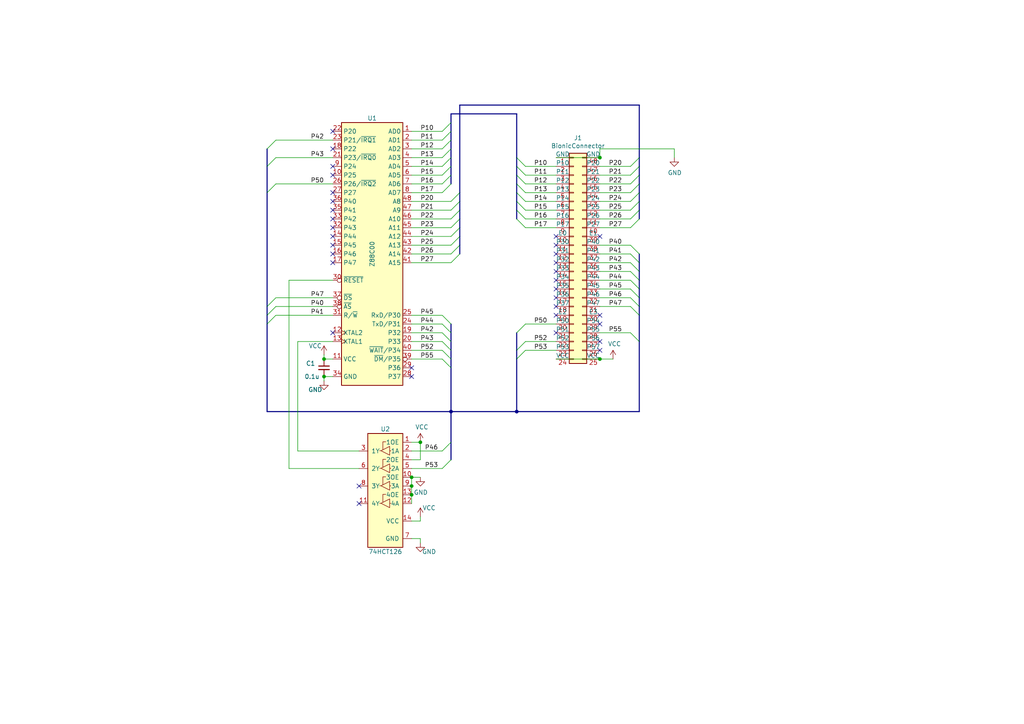
<source format=kicad_sch>
(kicad_sch (version 20211123) (generator eeschema)
  (paper "A4")
  (title_block (title "BionicZ8800 Mezzanine") (date "2022-01-18") (rev "1") (company "Tadashi G. Takaoka"))
  (lib_symbols
    (symbol "0-LocalLibrary:74HCT126" (pin_names (offset 1.016))
      (property "Reference" "U" (at 0 16.51 0))
      (property "Value" "74HCT126" (at 0 -19.05 0))
      (symbol "74HCT126_0_1"
        (polyline (pts (xy -1.2954 10.2108) (xy -1.6002 10.2108)))
        (polyline (pts (xy 1.2954 10.2362) (xy 1.651 10.2362)))
        (polyline (pts (xy 0.7112 10.5664) (xy 0.7112 12.827) (xy -0.127 12.827) (xy -0.1016 12.827)))
      )
      (symbol "74HCT126_1_0"
        (polyline (pts (xy 1.27 10.2362) (xy -1.27 11.5062) (xy -1.27 8.9662) (xy 1.27 10.2362)) (stroke (width 0.1524)))
        (pin input line (at -7.62 12.7 0) (length 2.54) (name "1OE") (number "1"))
        (pin input line (at -7.62 2.54 0) (length 2.54) (name "3OE") (number "10"))
        (pin tri_state line (at 7.62 -5.08 180) (length 2.54) (name "4Y") (number "11"))
        (pin input line (at -7.62 -5.08 0) (length 2.54) (name "4A") (number "12"))
        (pin input line (at -7.62 -2.54 0) (length 2.54) (name "4OE") (number "13"))
        (pin power_in line (at -7.62 -10.16 0) (length 2.54) (name "VCC") (number "14"))
        (pin input line (at -7.62 10.16 0) (length 2.54) (name "1A") (number "2"))
        (pin tri_state line (at 7.62 10.16 180) (length 2.54) (name "1Y") (number "3"))
        (pin input line (at -7.62 7.62 0) (length 2.54) (name "2OE") (number "4"))
        (pin input line (at -7.62 5.08 0) (length 2.54) (name "2A") (number "5"))
        (pin tri_state line (at 7.62 5.08 180) (length 2.54) (name "2Y") (number "6"))
        (pin power_in line (at -7.62 -15.24 0) (length 2.54) (name "GND") (number "7"))
        (pin tri_state line (at 7.62 0 180) (length 2.54) (name "3Y") (number "8"))
        (pin input line (at -7.62 0 0) (length 2.54) (name "3A") (number "9"))
      )
      (symbol "74HCT126_1_1"
        (rectangle (start -5.08 15.24) (end 5.08 -17.78) (stroke (width 0.254)) (fill (type background)))
        (polyline (pts (xy -1.2954 -5.0292) (xy -1.6002 -5.0292)))
        (polyline (pts (xy -1.2954 0.0508) (xy -1.6002 0.0508)))
        (polyline (pts (xy -1.2954 5.1308) (xy -1.6002 5.1308)))
        (polyline (pts (xy 1.2954 -5.0038) (xy 1.651 -5.0038)))
        (polyline (pts (xy 1.2954 0.0762) (xy 1.651 0.0762)))
        (polyline (pts (xy 1.2954 5.1562) (xy 1.651 5.1562)))
        (polyline (pts (xy 0.7112 -4.6736) (xy 0.7112 -2.413) (xy -0.127 -2.413) (xy -0.1016 -2.413)))
        (polyline (pts (xy 0.7112 0.4064) (xy 0.7112 2.667) (xy -0.127 2.667) (xy -0.1016 2.667)))
        (polyline (pts (xy 0.7112 5.4864) (xy 0.7112 7.747) (xy -0.127 7.747) (xy -0.1016 7.747)))
        (polyline (pts (xy 1.27 -5.0038) (xy -1.27 -3.7338) (xy -1.27 -6.2738) (xy 1.27 -5.0038)) (stroke (width 0.1524)))
        (polyline (pts (xy 1.27 0.0762) (xy -1.27 1.3462) (xy -1.27 -1.1938) (xy 1.27 0.0762)) (stroke (width 0.1524)))
        (polyline (pts (xy 1.27 5.1562) (xy -1.27 6.4262) (xy -1.27 3.8862) (xy 1.27 5.1562)) (stroke (width 0.1524)))
      )
    )
    (symbol "0-LocalLibrary:BionicConnector" (pin_names (offset 0))
      (property "Reference" "J" (at 1.27 30.48 0))
      (property "Value" "BionicConnector" (at 3.81 33.02 0))
      (symbol "BionicConnector_1_1"
        (rectangle (start -1.27 -30.353) (end 0 -30.607) (stroke (width 0.1524)))
        (rectangle (start -1.27 -27.813) (end 0 -28.067) (stroke (width 0.1524)))
        (rectangle (start -1.27 -25.273) (end 0 -25.527) (stroke (width 0.1524)))
        (rectangle (start -1.27 -22.733) (end 0 -22.987) (stroke (width 0.1524)))
        (rectangle (start -1.27 -20.193) (end 0 -20.447) (stroke (width 0.1524)))
        (rectangle (start -1.27 -17.653) (end 0 -17.907) (stroke (width 0.1524)))
        (rectangle (start -1.27 -15.113) (end 0 -15.367) (stroke (width 0.1524)))
        (rectangle (start -1.27 -12.573) (end 0 -12.827) (stroke (width 0.1524)))
        (rectangle (start -1.27 -10.033) (end 0 -10.287) (stroke (width 0.1524)))
        (rectangle (start -1.27 -7.493) (end 0 -7.747) (stroke (width 0.1524)))
        (rectangle (start -1.27 -4.953) (end 0 -5.207) (stroke (width 0.1524)))
        (rectangle (start -1.27 -2.413) (end 0 -2.667) (stroke (width 0.1524)))
        (rectangle (start -1.27 0.127) (end 0 -0.127) (stroke (width 0.1524)))
        (rectangle (start -1.27 2.667) (end 0 2.413) (stroke (width 0.1524)))
        (rectangle (start -1.27 5.207) (end 0 4.953) (stroke (width 0.1524)))
        (rectangle (start -1.27 7.747) (end 0 7.493) (stroke (width 0.1524)))
        (rectangle (start -1.27 10.287) (end 0 10.033) (stroke (width 0.1524)))
        (rectangle (start -1.27 12.827) (end 0 12.573) (stroke (width 0.1524)))
        (rectangle (start -1.27 15.367) (end 0 15.113) (stroke (width 0.1524)))
        (rectangle (start -1.27 17.907) (end 0 17.653) (stroke (width 0.1524)))
        (rectangle (start -1.27 20.447) (end 0 20.193) (stroke (width 0.1524)))
        (rectangle (start -1.27 22.987) (end 0 22.733) (stroke (width 0.1524)))
        (rectangle (start -1.27 25.527) (end 0 25.273) (stroke (width 0.1524)))
        (rectangle (start -1.27 28.067) (end 0 27.813) (stroke (width 0.1524)))
        (rectangle (start -1.27 29.21) (end 3.81 -31.75) (stroke (width 0.254)) (fill (type background)))
        (rectangle (start 3.81 -30.353) (end 2.54 -30.607) (stroke (width 0.1524)))
        (rectangle (start 3.81 -27.813) (end 2.54 -28.067) (stroke (width 0.1524)))
        (rectangle (start 3.81 -25.273) (end 2.54 -25.527) (stroke (width 0.1524)))
        (rectangle (start 3.81 -22.733) (end 2.54 -22.987) (stroke (width 0.1524)))
        (rectangle (start 3.81 -20.193) (end 2.54 -20.447) (stroke (width 0.1524)))
        (rectangle (start 3.81 -17.653) (end 2.54 -17.907) (stroke (width 0.1524)))
        (rectangle (start 3.81 -15.113) (end 2.54 -15.367) (stroke (width 0.1524)))
        (rectangle (start 3.81 -12.573) (end 2.54 -12.827) (stroke (width 0.1524)))
        (rectangle (start 3.81 -10.033) (end 2.54 -10.287) (stroke (width 0.1524)))
        (rectangle (start 3.81 -7.493) (end 2.54 -7.747) (stroke (width 0.1524)))
        (rectangle (start 3.81 -4.953) (end 2.54 -5.207) (stroke (width 0.1524)))
        (rectangle (start 3.81 -2.413) (end 2.54 -2.667) (stroke (width 0.1524)))
        (rectangle (start 3.81 0.127) (end 2.54 -0.127) (stroke (width 0.1524)))
        (rectangle (start 3.81 2.667) (end 2.54 2.413) (stroke (width 0.1524)))
        (rectangle (start 3.81 5.207) (end 2.54 4.953) (stroke (width 0.1524)))
        (rectangle (start 3.81 7.747) (end 2.54 7.493) (stroke (width 0.1524)))
        (rectangle (start 3.81 10.287) (end 2.54 10.033) (stroke (width 0.1524)))
        (rectangle (start 3.81 12.827) (end 2.54 12.573) (stroke (width 0.1524)))
        (rectangle (start 3.81 15.367) (end 2.54 15.113) (stroke (width 0.1524)))
        (rectangle (start 3.81 17.907) (end 2.54 17.653) (stroke (width 0.1524)))
        (rectangle (start 3.81 20.447) (end 2.54 20.193) (stroke (width 0.1524)))
        (rectangle (start 3.81 22.987) (end 2.54 22.733) (stroke (width 0.1524)))
        (rectangle (start 3.81 25.527) (end 2.54 25.273) (stroke (width 0.1524)))
        (rectangle (start 3.81 28.067) (end 2.54 27.813) (stroke (width 0.1524)))
        (pin power_out line (at -5.08 27.94 0) (length 3.81) (name "GND") (number "1"))
        (pin bidirectional line (at -5.08 5.08 0) (length 3.81) (name "E0") (number "10"))
        (pin bidirectional line (at -5.08 2.54 0) (length 3.81) (name "P30") (number "11"))
        (pin bidirectional line (at -5.08 0 0) (length 3.81) (name "P31") (number "12"))
        (pin bidirectional line (at -5.08 -2.54 0) (length 3.81) (name "P32") (number "13"))
        (pin bidirectional line (at -5.08 -5.08 0) (length 3.81) (name "P33") (number "14"))
        (pin bidirectional line (at -5.08 -7.62 0) (length 3.81) (name "P34") (number "15"))
        (pin bidirectional line (at -5.08 -10.16 0) (length 3.81) (name "P35") (number "16"))
        (pin bidirectional line (at -5.08 -12.7 0) (length 3.81) (name "P36") (number "17"))
        (pin bidirectional line (at -5.08 -15.24 0) (length 3.81) (name "P37") (number "18"))
        (pin bidirectional line (at -5.08 -17.78 0) (length 3.81) (name "E2") (number "19"))
        (pin bidirectional line (at -5.08 25.4 0) (length 3.81) (name "P10") (number "2"))
        (pin bidirectional line (at -5.08 -20.32 0) (length 3.81) (name "P50") (number "20"))
        (pin bidirectional line (at -5.08 -22.86 0) (length 3.81) (name "P51") (number "21"))
        (pin bidirectional line (at -5.08 -25.4 0) (length 3.81) (name "P52") (number "22"))
        (pin bidirectional line (at -5.08 -27.94 0) (length 3.81) (name "P53") (number "23"))
        (pin power_out line (at -5.08 -30.48 0) (length 3.81) (name "VCC") (number "24"))
        (pin power_in line (at 7.62 -30.48 180) (length 3.81) (name "VCC") (number "25"))
        (pin bidirectional line (at 7.62 -27.94 180) (length 3.81) (name "P57") (number "26"))
        (pin bidirectional line (at 7.62 -25.4 180) (length 3.81) (name "P56") (number "27"))
        (pin bidirectional line (at 7.62 -22.86 180) (length 3.81) (name "P55") (number "28"))
        (pin bidirectional line (at 7.62 -20.32 180) (length 3.81) (name "P54") (number "29"))
        (pin bidirectional line (at -5.08 22.86 0) (length 3.81) (name "P11") (number "3"))
        (pin bidirectional line (at 7.62 -17.78 180) (length 3.81) (name "E3") (number "30"))
        (pin bidirectional line (at 7.62 -15.24 180) (length 3.81) (name "P47") (number "31"))
        (pin bidirectional line (at 7.62 -12.7 180) (length 3.81) (name "P46") (number "32"))
        (pin bidirectional line (at 7.62 -10.16 180) (length 3.81) (name "P45") (number "33"))
        (pin bidirectional line (at 7.62 -7.62 180) (length 3.81) (name "P44") (number "34"))
        (pin bidirectional line (at 7.62 -5.08 180) (length 3.81) (name "P43") (number "35"))
        (pin bidirectional line (at 7.62 -2.54 180) (length 3.81) (name "P42") (number "36"))
        (pin bidirectional line (at 7.62 0 180) (length 3.81) (name "P41") (number "37"))
        (pin bidirectional line (at 7.62 2.54 180) (length 3.81) (name "P40") (number "38"))
        (pin bidirectional line (at 7.62 5.08 180) (length 3.81) (name "E1") (number "39"))
        (pin bidirectional line (at -5.08 20.32 0) (length 3.81) (name "P12") (number "4"))
        (pin bidirectional line (at 7.62 7.62 180) (length 3.81) (name "P27") (number "40"))
        (pin bidirectional line (at 7.62 10.16 180) (length 3.81) (name "P26") (number "41"))
        (pin bidirectional line (at 7.62 12.7 180) (length 3.81) (name "P25") (number "42"))
        (pin bidirectional line (at 7.62 15.24 180) (length 3.81) (name "P24") (number "43"))
        (pin bidirectional line (at 7.62 17.78 180) (length 3.81) (name "P23") (number "44"))
        (pin bidirectional line (at 7.62 20.32 180) (length 3.81) (name "P22") (number "45"))
        (pin bidirectional line (at 7.62 22.86 180) (length 3.81) (name "P21") (number "46"))
        (pin bidirectional line (at 7.62 25.4 180) (length 3.81) (name "P20") (number "47"))
        (pin power_in line (at 7.62 27.94 180) (length 3.81) (name "GND") (number "48"))
        (pin bidirectional line (at -5.08 17.78 0) (length 3.81) (name "P13") (number "5"))
        (pin bidirectional line (at -5.08 15.24 0) (length 3.81) (name "P14") (number "6"))
        (pin bidirectional line (at -5.08 12.7 0) (length 3.81) (name "P15") (number "7"))
        (pin bidirectional line (at -5.08 10.16 0) (length 3.81) (name "P16") (number "8"))
        (pin bidirectional line (at -5.08 7.62 0) (length 3.81) (name "P17") (number "9"))
      )
    )
    (symbol "0-LocalLibrary:Z88C00"
      (property "Reference" "U" (at -1.27 39.37 0))
      (property "Value" "Z88C00" (at -1.27 7.62 90))
      (symbol "Z88C00_0_0"
        (pin bidirectional line (at -11.43 5.08 0) (length 2.54) (name "P44") (number "14"))
        (pin bidirectional line (at -11.43 2.54 0) (length 2.54) (name "P45") (number "15"))
        (pin bidirectional line (at -11.43 0 0) (length 2.54) (name "P46") (number "16"))
        (pin bidirectional line (at -11.43 -2.54 0) (length 2.54) (name "P47") (number "17"))
        (pin bidirectional line (at 11.43 -35.56 180) (length 2.54) (name "P37") (number "28"))
        (pin bidirectional line (at 11.43 -33.02 180) (length 2.54) (name "P36") (number "29"))
        (pin bidirectional line (at -11.43 7.62 0) (length 2.54) (name "P43") (number "32"))
        (pin bidirectional line (at -11.43 10.16 0) (length 2.54) (name "P42") (number "33"))
        (pin bidirectional line (at -11.43 15.24 0) (length 2.54) (name "P40") (number "36"))
      )
      (symbol "Z88C00_0_1"
        (rectangle (start -8.89 -38.1) (end 8.89 38.1) (stroke (width 0.254)) (fill (type background)))
      )
      (symbol "Z88C00_1_1"
        (pin bidirectional line (at 11.43 35.56 180) (length 2.54) (name "AD0") (number "1"))
        (pin bidirectional line (at -11.43 22.86 0) (length 2.54) (name "P25") (number "10"))
        (pin power_in line (at -11.43 -30.48 0) (length 2.54) (name "VCC") (number "11"))
        (pin output clock (at -11.43 -22.86 0) (length 2.54) (name "XTAL2") (number "12"))
        (pin input clock (at -11.43 -25.4 0) (length 2.54) (name "XTAL1") (number "13"))
        (pin bidirectional line (at -11.43 30.48 0) (length 2.54) (name "P22") (number "18"))
        (pin bidirectional line (at 11.43 -22.86 180) (length 2.54) (name "P32") (number "19"))
        (pin bidirectional line (at 11.43 33.02 180) (length 2.54) (name "AD1") (number "2"))
        (pin bidirectional line (at 11.43 -25.4 180) (length 2.54) (name "P33") (number "20"))
        (pin bidirectional line (at -11.43 27.94 0) (length 2.54) (name "P23/~{IRQ0}") (number "21"))
        (pin bidirectional line (at -11.43 35.56 0) (length 2.54) (name "P20") (number "22"))
        (pin bidirectional line (at -11.43 33.02 0) (length 2.54) (name "P21/~{IRQ1}") (number "23"))
        (pin output line (at 11.43 -20.32 180) (length 2.54) (name "TxD/P31") (number "24"))
        (pin input line (at 11.43 -17.78 180) (length 2.54) (name "RxD/P30") (number "25"))
        (pin bidirectional line (at -11.43 20.32 0) (length 2.54) (name "P26/~{IRQ2}") (number "26"))
        (pin bidirectional line (at -11.43 17.78 0) (length 2.54) (name "P27") (number "27"))
        (pin bidirectional line (at 11.43 30.48 180) (length 2.54) (name "AD2") (number "3"))
        (pin input inverted (at -11.43 -7.62 0) (length 2.54) (name "~{RESET}") (number "30"))
        (pin output line (at -11.43 -17.78 0) (length 2.54) (name "R/~{W}") (number "31"))
        (pin power_in line (at -11.43 -35.56 0) (length 2.54) (name "GND") (number "34"))
        (pin bidirectional line (at -11.43 12.7 0) (length 2.54) (name "P41") (number "35"))
        (pin output inverted (at -11.43 -12.7 0) (length 2.54) (name "~{DS}") (number "37"))
        (pin output inverted (at -11.43 -15.24 0) (length 2.54) (name "~{AS}") (number "38"))
        (pin output inverted (at 11.43 -30.48 180) (length 2.54) (name "~{DM}/P35") (number "39"))
        (pin bidirectional line (at 11.43 27.94 180) (length 2.54) (name "AD3") (number "4"))
        (pin input line (at 11.43 -27.94 180) (length 2.54) (name "~{WAIT}/P34") (number "40"))
        (pin output line (at 11.43 -2.54 180) (length 2.54) (name "A15") (number "41"))
        (pin output line (at 11.43 0 180) (length 2.54) (name "A14") (number "42"))
        (pin output line (at 11.43 2.54 180) (length 2.54) (name "A13") (number "43"))
        (pin output line (at 11.43 5.08 180) (length 2.54) (name "A12") (number "44"))
        (pin output line (at 11.43 7.62 180) (length 2.54) (name "A11") (number "45"))
        (pin output line (at 11.43 10.16 180) (length 2.54) (name "A10") (number "46"))
        (pin output line (at 11.43 12.7 180) (length 2.54) (name "A9") (number "47"))
        (pin output line (at 11.43 15.24 180) (length 2.54) (name "A8") (number "48"))
        (pin bidirectional line (at 11.43 25.4 180) (length 2.54) (name "AD4") (number "5"))
        (pin bidirectional line (at 11.43 22.86 180) (length 2.54) (name "AD5") (number "6"))
        (pin bidirectional line (at 11.43 20.32 180) (length 2.54) (name "AD6") (number "7"))
        (pin bidirectional line (at 11.43 17.78 180) (length 2.54) (name "AD7") (number "8"))
        (pin bidirectional line (at -11.43 25.4 0) (length 2.54) (name "P24") (number "9"))
      )
    )
    (symbol "Device:C_Small" (pin_numbers hide) (pin_names (offset 0.254) hide)
      (property "Reference" "C" (at 0.254 1.778 0))
      (property "Value" "C_Small" (at 0.254 -2.032 0))
      (symbol "C_Small_0_1"
        (polyline (pts (xy -1.524 -0.508) (xy 1.524 -0.508)) (stroke (width 0.3302)))
        (polyline (pts (xy -1.524 0.508) (xy 1.524 0.508)) (stroke (width 0.3048)))
      )
      (symbol "C_Small_1_1"
        (pin passive line (at 0 2.54 270) (length 2.032) (name "~") (number "1"))
        (pin passive line (at 0 -2.54 90) (length 2.032) (name "~") (number "2"))
      )
    )
    (symbol "power:GND" (power) (pin_names (offset 0))
      (property "Value" "GND" (at 0 -3.81 0))
      (symbol "GND_0_1"
        (polyline (pts (xy 0 0) (xy 0 -1.27) (xy 1.27 -1.27) (xy 0 -2.54) (xy -1.27 -1.27) (xy 0 -1.27)))
      )
      (symbol "GND_1_1"
        (pin power_in line (at 0 0 270) (length 0) hide (name "GND") (number "1"))
      )
    )
    (symbol "power:VCC" (power) (pin_names (offset 0))
      (property "Value" "VCC" (at 0 3.81 0))
      (symbol "VCC_0_1"
        (polyline (pts (xy -0.762 1.27) (xy 0 2.54)))
        (polyline (pts (xy 0 0) (xy 0 2.54)))
        (polyline (pts (xy 0 2.54) (xy 0.762 1.27)))
      )
      (symbol "VCC_1_1"
        (pin power_in line (at 0 0 90) (length 0) hide (name "VCC") (number "1"))
      )
    )
  )
  (junction (at 119.38 140.97))
  (junction (at 119.38 143.51))
  (junction (at 93.98 104.14))
  (junction (at 93.98 109.22))
  (junction (at 173.99 45.72))
  (junction (at 149.86 119.38))
  (junction (at 119.38 138.43))
  (junction (at 173.99 104.14))
  (junction (at 121.92 128.27))
  (junction (at 130.81 119.38))
  (no_connect (at 96.52 68.58))
  (no_connect (at 161.29 73.66))
  (no_connect (at 96.52 76.2))
  (no_connect (at 161.29 76.2))
  (no_connect (at 161.29 91.44))
  (no_connect (at 161.29 78.74))
  (no_connect (at 104.14 146.05))
  (no_connect (at 96.52 50.8))
  (no_connect (at 161.29 88.9))
  (no_connect (at 96.52 73.66))
  (no_connect (at 173.99 91.44))
  (no_connect (at 161.29 83.82))
  (no_connect (at 173.99 93.98))
  (no_connect (at 96.52 96.52))
  (no_connect (at 119.38 106.68))
  (no_connect (at 173.99 68.58))
  (no_connect (at 96.52 38.1))
  (no_connect (at 161.29 86.36))
  (no_connect (at 96.52 55.88))
  (no_connect (at 96.52 48.26))
  (no_connect (at 161.29 96.52))
  (no_connect (at 96.52 71.12))
  (no_connect (at 173.99 101.6))
  (no_connect (at 173.99 99.06))
  (no_connect (at 96.52 63.5))
  (no_connect (at 119.38 109.22))
  (no_connect (at 161.29 68.58))
  (no_connect (at 104.14 140.97))
  (no_connect (at 96.52 60.96))
  (no_connect (at 161.29 71.12))
  (no_connect (at 161.29 81.28))
  (no_connect (at 96.52 58.42))
  (no_connect (at 96.52 43.18))
  (no_connect (at 96.52 66.04))
  (bus_entry (at 128.27 99.06) (size 2.54 2.54))
  (bus_entry (at 128.27 93.98) (size 2.54 2.54))
  (bus_entry (at 185.42 60.96) (size -2.54 2.54))
  (bus_entry (at 80.01 40.64) (size -2.54 2.54))
  (bus_entry (at 152.4 66.04) (size -2.54 -2.54))
  (bus_entry (at 152.4 50.8) (size -2.54 -2.54))
  (bus_entry (at 152.4 101.6) (size -2.54 2.54))
  (bus_entry (at 80.01 45.72) (size -2.54 2.54))
  (bus_entry (at 185.42 53.34) (size -2.54 2.54))
  (bus_entry (at 133.35 73.66) (size -2.54 2.54))
  (bus_entry (at 128.27 50.8) (size 2.54 -2.54))
  (bus_entry (at 133.35 68.58) (size -2.54 2.54))
  (bus_entry (at 185.42 58.42) (size -2.54 2.54))
  (bus_entry (at 152.4 99.06) (size -2.54 2.54))
  (bus_entry (at 152.4 63.5) (size -2.54 -2.54))
  (bus_entry (at 133.35 63.5) (size -2.54 2.54))
  (bus_entry (at 80.01 91.44) (size -2.54 2.54))
  (bus_entry (at 80.01 88.9) (size -2.54 2.54))
  (bus_entry (at 152.4 93.98) (size -2.54 2.54))
  (bus_entry (at 152.4 53.34) (size -2.54 -2.54))
  (bus_entry (at 152.4 55.88) (size -2.54 -2.54))
  (bus_entry (at 182.88 81.28) (size 2.54 2.54))
  (bus_entry (at 152.4 58.42) (size -2.54 -2.54))
  (bus_entry (at 128.27 40.64) (size 2.54 -2.54))
  (bus_entry (at 185.42 48.26) (size -2.54 2.54))
  (bus_entry (at 185.42 63.5) (size -2.54 2.54))
  (bus_entry (at 185.42 45.72) (size -2.54 2.54))
  (bus_entry (at 182.88 71.12) (size 2.54 2.54))
  (bus_entry (at 133.35 66.04) (size -2.54 2.54))
  (bus_entry (at 128.27 53.34) (size 2.54 -2.54))
  (bus_entry (at 128.27 43.18) (size 2.54 -2.54))
  (bus_entry (at 128.27 45.72) (size 2.54 -2.54))
  (bus_entry (at 133.35 58.42) (size -2.54 2.54))
  (bus_entry (at 152.4 60.96) (size -2.54 -2.54))
  (bus_entry (at 128.27 101.6) (size 2.54 2.54))
  (bus_entry (at 133.35 71.12) (size -2.54 2.54))
  (bus_entry (at 130.81 128.27) (size -2.54 2.54))
  (bus_entry (at 185.42 50.8) (size -2.54 2.54))
  (bus_entry (at 130.81 133.35) (size -2.54 2.54))
  (bus_entry (at 182.88 88.9) (size 2.54 2.54))
  (bus_entry (at 128.27 48.26) (size 2.54 -2.54))
  (bus_entry (at 133.35 60.96) (size -2.54 2.54))
  (bus_entry (at 152.4 48.26) (size -2.54 -2.54))
  (bus_entry (at 133.35 55.88) (size -2.54 2.54))
  (bus_entry (at 80.01 53.34) (size -2.54 2.54))
  (bus_entry (at 80.01 86.36) (size -2.54 2.54))
  (bus_entry (at 182.88 83.82) (size 2.54 2.54))
  (bus_entry (at 128.27 38.1) (size 2.54 -2.54))
  (bus_entry (at 128.27 91.44) (size 2.54 2.54))
  (bus_entry (at 128.27 55.88) (size 2.54 -2.54))
  (bus_entry (at 182.88 86.36) (size 2.54 2.54))
  (bus_entry (at 182.88 78.74) (size 2.54 2.54))
  (bus_entry (at 185.42 55.88) (size -2.54 2.54))
  (bus_entry (at 182.88 76.2) (size 2.54 2.54))
  (bus_entry (at 182.88 73.66) (size 2.54 2.54))
  (bus_entry (at 128.27 104.14) (size 2.54 2.54))
  (bus_entry (at 128.27 96.52) (size 2.54 2.54))
  (bus_entry (at 182.88 96.52) (size 2.54 2.54))
  (wire (pts (xy 173.99 55.88) (xy 182.88 55.88)))
  (wire (pts (xy 173.99 48.26) (xy 182.88 48.26)))
  (bus (pts (xy 185.42 73.66) (xy 185.42 76.2)))
  (wire (pts (xy 80.01 91.44) (xy 96.52 91.44)))
  (wire (pts (xy 119.38 40.64) (xy 128.27 40.64)))
  (wire (pts (xy 119.38 48.26) (xy 128.27 48.26)))
  (wire (pts (xy 173.99 78.74) (xy 182.88 78.74)))
  (bus (pts (xy 130.81 101.6) (xy 130.81 104.14)))
  (bus (pts (xy 149.86 45.72) (xy 149.86 48.26)))
  (wire (pts (xy 161.29 63.5) (xy 152.4 63.5)))
  (wire (pts (xy 119.38 101.6) (xy 128.27 101.6)))
  (wire (pts (xy 195.58 43.18) (xy 195.58 45.72)))
  (bus (pts (xy 185.42 45.72) (xy 185.42 48.26)))
  (wire (pts (xy 93.98 104.14) (xy 93.98 102.87)))
  (wire (pts (xy 173.99 96.52) (xy 182.88 96.52)))
  (wire (pts (xy 161.29 50.8) (xy 152.4 50.8)))
  (wire (pts (xy 119.38 128.27) (xy 121.92 128.27)))
  (bus (pts (xy 77.47 43.18) (xy 77.47 48.26)))
  (wire (pts (xy 119.38 133.35) (xy 121.92 133.35)))
  (wire (pts (xy 80.01 88.9) (xy 96.52 88.9)))
  (wire (pts (xy 173.99 43.18) (xy 195.58 43.18)))
  (wire (pts (xy 173.99 50.8) (xy 182.88 50.8)))
  (bus (pts (xy 130.81 99.06) (xy 130.81 101.6)))
  (bus (pts (xy 133.35 60.96) (xy 133.35 63.5)))
  (wire (pts (xy 173.99 104.14) (xy 177.8 104.14)))
  (wire (pts (xy 96.52 81.28) (xy 83.82 81.28)))
  (wire (pts (xy 119.38 96.52) (xy 128.27 96.52)))
  (wire (pts (xy 173.99 66.04) (xy 182.88 66.04)))
  (bus (pts (xy 130.81 106.68) (xy 130.81 119.38)))
  (wire (pts (xy 119.38 71.12) (xy 130.81 71.12)))
  (bus (pts (xy 130.81 33.02) (xy 149.86 33.02)))
  (bus (pts (xy 130.81 38.1) (xy 130.81 40.64)))
  (bus (pts (xy 130.81 119.38) (xy 130.81 128.27)))
  (bus (pts (xy 130.81 45.72) (xy 130.81 48.26)))
  (bus (pts (xy 130.81 96.52) (xy 130.81 99.06)))
  (wire (pts (xy 121.92 157.48) (xy 121.92 156.21)))
  (bus (pts (xy 185.42 91.44) (xy 185.42 99.06)))
  (bus (pts (xy 185.42 78.74) (xy 185.42 81.28)))
  (wire (pts (xy 182.88 76.2) (xy 173.99 76.2)))
  (wire (pts (xy 119.38 135.89) (xy 128.27 135.89)))
  (bus (pts (xy 185.42 48.26) (xy 185.42 50.8)))
  (wire (pts (xy 119.38 140.97) (xy 119.38 143.51)))
  (bus (pts (xy 185.42 99.06) (xy 185.42 119.38)))
  (bus (pts (xy 185.42 60.96) (xy 185.42 63.5)))
  (wire (pts (xy 119.38 68.58) (xy 130.81 68.58)))
  (wire (pts (xy 121.92 151.13) (xy 121.92 149.86)))
  (bus (pts (xy 185.42 86.36) (xy 185.42 88.9)))
  (bus (pts (xy 133.35 58.42) (xy 133.35 60.96)))
  (wire (pts (xy 104.14 130.81) (xy 86.36 130.81)))
  (wire (pts (xy 173.99 88.9) (xy 182.88 88.9)))
  (bus (pts (xy 130.81 48.26) (xy 130.81 50.8)))
  (wire (pts (xy 173.99 53.34) (xy 182.88 53.34)))
  (wire (pts (xy 119.38 43.18) (xy 128.27 43.18)))
  (wire (pts (xy 119.38 55.88) (xy 128.27 55.88)))
  (wire (pts (xy 161.29 45.72) (xy 173.99 45.72)))
  (bus (pts (xy 149.86 119.38) (xy 185.42 119.38)))
  (wire (pts (xy 119.38 93.98) (xy 128.27 93.98)))
  (wire (pts (xy 173.99 73.66) (xy 182.88 73.66)))
  (bus (pts (xy 130.81 93.98) (xy 130.81 96.52)))
  (bus (pts (xy 185.42 58.42) (xy 185.42 60.96)))
  (wire (pts (xy 119.38 63.5) (xy 130.81 63.5)))
  (bus (pts (xy 185.42 30.48) (xy 185.42 45.72)))
  (wire (pts (xy 119.38 73.66) (xy 130.81 73.66)))
  (wire (pts (xy 96.52 99.06) (xy 86.36 99.06)))
  (bus (pts (xy 77.47 55.88) (xy 77.47 88.9)))
  (wire (pts (xy 80.01 86.36) (xy 96.52 86.36)))
  (bus (pts (xy 185.42 53.34) (xy 185.42 55.88)))
  (bus (pts (xy 130.81 35.56) (xy 130.81 38.1)))
  (wire (pts (xy 119.38 156.21) (xy 121.92 156.21)))
  (bus (pts (xy 185.42 50.8) (xy 185.42 53.34)))
  (wire (pts (xy 119.38 58.42) (xy 130.81 58.42)))
  (bus (pts (xy 149.86 60.96) (xy 149.86 63.5)))
  (wire (pts (xy 86.36 99.06) (xy 86.36 130.81)))
  (bus (pts (xy 77.47 93.98) (xy 77.47 119.38)))
  (bus (pts (xy 133.35 63.5) (xy 133.35 66.04)))
  (bus (pts (xy 149.86 58.42) (xy 149.86 60.96)))
  (wire (pts (xy 161.29 93.98) (xy 152.4 93.98)))
  (wire (pts (xy 121.92 151.13) (xy 119.38 151.13)))
  (bus (pts (xy 149.86 33.02) (xy 149.86 45.72)))
  (wire (pts (xy 173.99 83.82) (xy 182.88 83.82)))
  (bus (pts (xy 77.47 88.9) (xy 77.47 91.44)))
  (bus (pts (xy 130.81 43.18) (xy 130.81 45.72)))
  (bus (pts (xy 185.42 83.82) (xy 185.42 86.36)))
  (bus (pts (xy 149.86 48.26) (xy 149.86 50.8)))
  (wire (pts (xy 161.29 48.26) (xy 152.4 48.26)))
  (bus (pts (xy 77.47 91.44) (xy 77.47 93.98)))
  (wire (pts (xy 161.29 60.96) (xy 152.4 60.96)))
  (wire (pts (xy 161.29 55.88) (xy 152.4 55.88)))
  (wire (pts (xy 161.29 66.04) (xy 152.4 66.04)))
  (wire (pts (xy 161.29 104.14) (xy 173.99 104.14)))
  (bus (pts (xy 133.35 68.58) (xy 133.35 71.12)))
  (wire (pts (xy 173.99 58.42) (xy 182.88 58.42)))
  (wire (pts (xy 161.29 58.42) (xy 152.4 58.42)))
  (bus (pts (xy 130.81 128.27) (xy 130.81 133.35)))
  (wire (pts (xy 83.82 81.28) (xy 83.82 135.89)))
  (bus (pts (xy 130.81 119.38) (xy 149.86 119.38)))
  (wire (pts (xy 173.99 86.36) (xy 182.88 86.36)))
  (wire (pts (xy 173.99 43.18) (xy 173.99 45.72)))
  (bus (pts (xy 130.81 104.14) (xy 130.81 106.68)))
  (wire (pts (xy 119.38 76.2) (xy 130.81 76.2)))
  (bus (pts (xy 185.42 81.28) (xy 185.42 83.82)))
  (wire (pts (xy 173.99 71.12) (xy 182.88 71.12)))
  (wire (pts (xy 119.38 45.72) (xy 128.27 45.72)))
  (wire (pts (xy 93.98 109.22) (xy 96.52 109.22)))
  (wire (pts (xy 80.01 45.72) (xy 96.52 45.72)))
  (bus (pts (xy 130.81 33.02) (xy 130.81 35.56)))
  (wire (pts (xy 173.99 63.5) (xy 182.88 63.5)))
  (wire (pts (xy 173.99 60.96) (xy 182.88 60.96)))
  (wire (pts (xy 152.4 101.6) (xy 161.29 101.6)))
  (bus (pts (xy 133.35 30.48) (xy 133.35 55.88)))
  (wire (pts (xy 119.38 66.04) (xy 130.81 66.04)))
  (wire (pts (xy 119.38 50.8) (xy 128.27 50.8)))
  (wire (pts (xy 119.38 138.43) (xy 121.92 138.43)))
  (bus (pts (xy 185.42 30.48) (xy 133.35 30.48)))
  (bus (pts (xy 130.81 50.8) (xy 130.81 53.34)))
  (wire (pts (xy 119.38 38.1) (xy 128.27 38.1)))
  (wire (pts (xy 161.29 99.06) (xy 152.4 99.06)))
  (wire (pts (xy 121.92 128.27) (xy 121.92 133.35)))
  (wire (pts (xy 119.38 53.34) (xy 128.27 53.34)))
  (bus (pts (xy 185.42 88.9) (xy 185.42 91.44)))
  (bus (pts (xy 185.42 55.88) (xy 185.42 58.42)))
  (wire (pts (xy 119.38 91.44) (xy 128.27 91.44)))
  (wire (pts (xy 161.29 53.34) (xy 152.4 53.34)))
  (wire (pts (xy 96.52 53.34) (xy 80.01 53.34)))
  (bus (pts (xy 130.81 40.64) (xy 130.81 43.18)))
  (wire (pts (xy 93.98 104.14) (xy 96.52 104.14)))
  (wire (pts (xy 173.99 81.28) (xy 182.88 81.28)))
  (bus (pts (xy 133.35 55.88) (xy 133.35 58.42)))
  (wire (pts (xy 93.98 110.49) (xy 93.98 109.22)))
  (bus (pts (xy 149.86 104.14) (xy 149.86 119.38)))
  (wire (pts (xy 96.52 40.64) (xy 80.01 40.64)))
  (bus (pts (xy 149.86 53.34) (xy 149.86 55.88)))
  (wire (pts (xy 119.38 130.81) (xy 128.27 130.81)))
  (bus (pts (xy 149.86 101.6) (xy 149.86 104.14)))
  (wire (pts (xy 83.82 135.89) (xy 104.14 135.89)))
  (bus (pts (xy 133.35 66.04) (xy 133.35 68.58)))
  (wire (pts (xy 119.38 143.51) (xy 119.38 146.05)))
  (bus (pts (xy 149.86 55.88) (xy 149.86 58.42)))
  (wire (pts (xy 119.38 99.06) (xy 128.27 99.06)))
  (bus (pts (xy 185.42 76.2) (xy 185.42 78.74)))
  (bus (pts (xy 77.47 119.38) (xy 130.81 119.38)))
  (bus (pts (xy 77.47 48.26) (xy 77.47 55.88)))
  (bus (pts (xy 149.86 96.52) (xy 149.86 101.6)))
  (bus (pts (xy 149.86 50.8) (xy 149.86 53.34)))
  (wire (pts (xy 119.38 104.14) (xy 128.27 104.14)))
  (wire (pts (xy 119.38 138.43) (xy 119.38 140.97)))
  (bus (pts (xy 133.35 71.12) (xy 133.35 73.66)))
  (wire (pts (xy 119.38 60.96) (xy 130.81 60.96)))
  (label "P27" (at 176.53 66.04 0))
  (label "P22" (at 176.53 53.34 0))
  (label "P14" (at 121.92 48.26 0))
  (label "P42" (at 121.92 96.52 0))
  (label "P12" (at 121.92 43.18 0))
  (label "P23" (at 176.53 55.88 0))
  (label "P15" (at 158.75 60.96 180))
  (label "P45" (at 121.92 91.44 0))
  (label "P44" (at 176.53 81.28 0))
  (label "P46" (at 176.53 86.36 0))
  (label "P10" (at 121.92 38.1 0))
  (label "P24" (at 121.92 68.58 0))
  (label "P43" (at 121.92 99.06 0))
  (label "P53" (at 158.75 101.6 180))
  (label "P50" (at 158.75 93.98 180))
  (label "P42" (at 176.53 76.2 0))
  (label "P20" (at 176.53 48.26 0))
  (label "P52" (at 158.75 99.06 180))
  (label "P20" (at 121.92 58.42 0))
  (label "P55" (at 121.92 104.14 0))
  (label "P15" (at 121.92 50.8 0))
  (label "P14" (at 158.75 58.42 180))
  (label "P16" (at 121.92 53.34 0))
  (label "P22" (at 121.92 63.5 0))
  (label "P26" (at 121.92 73.66 0))
  (label "P17" (at 158.75 66.04 180))
  (label "P52" (at 121.92 101.6 0))
  (label "P40" (at 176.53 71.12 0))
  (label "P11" (at 158.75 50.8 180))
  (label "P13" (at 121.92 45.72 0))
  (label "P11" (at 121.92 40.64 0))
  (label "P43" (at 176.53 78.74 0))
  (label "P24" (at 176.53 58.42 0))
  (label "P25" (at 176.53 60.96 0))
  (label "P12" (at 158.75 53.34 180))
  (label "P44" (at 121.92 93.98 0))
  (label "P16" (at 158.75 63.5 180))
  (label "P47" (at 93.98 86.36 180))
  (label "P13" (at 158.75 55.88 180))
  (label "P17" (at 121.92 55.88 0))
  (label "P21" (at 121.92 60.96 0))
  (label "P10" (at 158.75 48.26 180))
  (label "P43" (at 93.98 45.72 180))
  (label "P41" (at 176.53 73.66 0))
  (label "P55" (at 176.53 96.52 0))
  (label "P45" (at 176.53 83.82 0))
  (label "P53" (at 123.19 135.89 0))
  (label "P26" (at 176.53 63.5 0))
  (label "P41" (at 93.98 91.44 180))
  (label "P46" (at 123.19 130.81 0))
  (label "P50" (at 93.98 53.34 180))
  (label "P40" (at 93.98 88.9 180))
  (label "P47" (at 176.53 88.9 0))
  (label "P23" (at 121.92 66.04 0))
  (label "P25" (at 121.92 71.12 0))
  (label "P42" (at 93.98 40.64 180))
  (label "P21" (at 176.53 50.8 0))
  (label "P27" (at 121.92 76.2 0))
  (symbol (lib_id "power:VCC") (at -1352.55 -1136.65 0) (unit 1)
    (property "Reference" "#PWR01" (effects hide))
    (property "Value" "VCC" (at -1352.1182 -1141.0442 0))
  )
  (symbol (lib_id "power:VCC") (at 93.98 102.87 0) (mirror y) (unit 1)
    (property "Reference" "#PWR03" (effects hide))
    (property "Value" "VCC" (at 91.44 100.33 0))
  )
  (symbol (lib_id "power:GND") (at 93.98 110.49 0) (mirror y) (unit 1)
    (property "Reference" "#PWR04" (effects hide))
    (property "Value" "GND" (at 91.44 113.03 0))
  )
  (symbol (lib_id "Device:C_Small") (at 93.98 106.68 0) (mirror y) (unit 1)
    (property "Reference" "C1" (at 91.44 105.41 0) (effects (justify left)))
    (property "Value" "0.1u" (at 92.71 109.22 0) (effects (justify left)))
    (property "Footprint" "Capacitor_THT:C_Disc_D3.4mm_W2.1mm_P2.50mm" (effects hide))
  )
  (symbol (lib_id "power:VCC") (at 121.92 149.86 0) (unit 1)
    (property "Reference" "#PWR07" (effects hide))
    (property "Value" "VCC" (at 124.46 147.32 0))
  )
  (symbol (lib_id "power:GND") (at 121.92 157.48 0) (unit 1)
    (property "Reference" "#PWR08" (effects hide))
    (property "Value" "GND" (at 124.46 160.02 0))
  )
  (symbol (lib_id "power:VCC") (at 121.92 128.27 0) (unit 1)
    (property "Reference" "#PWR02" (effects hide))
    (property "Value" "VCC" (at 122.3518 123.8758 0))
  )
  (symbol (lib_id "power:GND") (at 121.92 138.43 0) (unit 1)
    (property "Reference" "#PWR06" (effects hide))
    (property "Value" "GND" (at 122.047 142.8242 0))
  )
  (symbol (lib_id "power:GND") (at 195.58 45.72 0) (unit 1)
    (property "Reference" "#PWR0101" (effects hide))
    (property "Value" "GND" (at 195.707 50.1142 0))
  )
  (symbol (lib_id "power:VCC") (at 177.8 104.14 0) (unit 1)
    (property "Reference" "#PWR0102" (effects hide))
    (property "Value" "VCC" (at 178.2318 99.7458 0))
  )
  (symbol (lib_id "0-LocalLibrary:Z88C00") (at 107.95 73.66 0) (unit 1)
    (property "Reference" "U1" (at 107.95 34.29 0))
    (property "Value" "Z88C00" (at 107.95 73.66 90))
    (property "Footprint" "Package_DIP:DIP-48_W15.24mm" (effects hide))
    (property "Datasheet" "https://datasheetspdf.com/pdf-file/527631/Zilog/Z88C00/1" (effects hide))
  )
  (symbol (lib_id "0-LocalLibrary:74HCT126") (at 111.76 140.97 0) (mirror y) (unit 1)
    (property "Reference" "U2" (at 111.76 124.46 0))
    (property "Value" "74HCT126" (at 111.76 160.02 0))
    (property "Footprint" "Package_DIP:DIP-14_W7.62mm" (effects hide))
    (property "Datasheet" "https://www.ti.com/lit/ds/symlink/cd74hct126.pdf" (effects hide))
  )
  (symbol (lib_id "0-LocalLibrary:BionicConnector") (at 166.37 73.66 0) (unit 1)
    (property "Reference" "J1" (at 167.64 40.005 0))
    (property "Value" "BionicConnector" (at 167.64 42.3164 0))
    (property "Footprint" "0-LocalLibrary:DIP-48_W7.62mm" (effects hide))
    (property "Datasheet" "https://www.arieselec.com/wp-content/uploads/2020/02/10001-universal-dip-zif-test-socket.pdf" (effects hide))
  )
)
</source>
